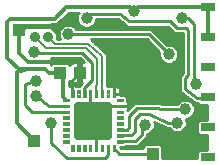
<source format=gbl>
G75*
G70*
%OFA0B0*%
%FSLAX24Y24*%
%IPPOS*%
%LPD*%
%AMOC8*
5,1,8,0,0,1.08239X$1,22.5*
%
%ADD10R,0.0433X0.0394*%
%ADD11C,0.0252*%
%ADD12C,0.0035*%
%ADD13R,0.0500X0.0250*%
%ADD14C,0.0396*%
%ADD15C,0.0100*%
%ADD16R,0.0396X0.0396*%
%ADD17C,0.0120*%
%ADD18C,0.0110*%
%ADD19C,0.0357*%
%ADD20C,0.0160*%
%ADD21C,0.0080*%
D10*
X004671Y003232D03*
X005340Y003232D03*
D11*
X006285Y002141D02*
X006285Y001133D01*
X005277Y001133D01*
X005277Y002141D01*
X006285Y002141D01*
X006285Y001384D02*
X005277Y001384D01*
X005277Y001635D02*
X006285Y001635D01*
X006285Y001886D02*
X005277Y001886D01*
X005277Y002137D02*
X006285Y002137D01*
D12*
X006585Y002172D02*
X006787Y002172D01*
X006787Y002088D01*
X006585Y002088D01*
X006585Y002172D01*
X006585Y002122D02*
X006787Y002122D01*
X006787Y002156D02*
X006585Y002156D01*
X006585Y002368D02*
X006787Y002368D01*
X006787Y002284D01*
X006585Y002284D01*
X006585Y002368D01*
X006585Y002318D02*
X006787Y002318D01*
X006787Y002352D02*
X006585Y002352D01*
X006428Y002442D02*
X006428Y002644D01*
X006512Y002644D01*
X006512Y002442D01*
X006428Y002442D01*
X006428Y002476D02*
X006512Y002476D01*
X006512Y002510D02*
X006428Y002510D01*
X006428Y002544D02*
X006512Y002544D01*
X006512Y002578D02*
X006428Y002578D01*
X006428Y002612D02*
X006512Y002612D01*
X006231Y002644D02*
X006231Y002442D01*
X006231Y002644D02*
X006315Y002644D01*
X006315Y002442D01*
X006231Y002442D01*
X006231Y002476D02*
X006315Y002476D01*
X006315Y002510D02*
X006231Y002510D01*
X006231Y002544D02*
X006315Y002544D01*
X006315Y002578D02*
X006231Y002578D01*
X006231Y002612D02*
X006315Y002612D01*
X006034Y002644D02*
X006034Y002442D01*
X006034Y002644D02*
X006118Y002644D01*
X006118Y002442D01*
X006034Y002442D01*
X006034Y002476D02*
X006118Y002476D01*
X006118Y002510D02*
X006034Y002510D01*
X006034Y002544D02*
X006118Y002544D01*
X006118Y002578D02*
X006034Y002578D01*
X006034Y002612D02*
X006118Y002612D01*
X005837Y002644D02*
X005837Y002442D01*
X005837Y002644D02*
X005921Y002644D01*
X005921Y002442D01*
X005837Y002442D01*
X005837Y002476D02*
X005921Y002476D01*
X005921Y002510D02*
X005837Y002510D01*
X005837Y002544D02*
X005921Y002544D01*
X005921Y002578D02*
X005837Y002578D01*
X005837Y002612D02*
X005921Y002612D01*
X005640Y002644D02*
X005640Y002442D01*
X005640Y002644D02*
X005724Y002644D01*
X005724Y002442D01*
X005640Y002442D01*
X005640Y002476D02*
X005724Y002476D01*
X005724Y002510D02*
X005640Y002510D01*
X005640Y002544D02*
X005724Y002544D01*
X005724Y002578D02*
X005640Y002578D01*
X005640Y002612D02*
X005724Y002612D01*
X005444Y002644D02*
X005444Y002442D01*
X005444Y002644D02*
X005528Y002644D01*
X005528Y002442D01*
X005444Y002442D01*
X005444Y002476D02*
X005528Y002476D01*
X005528Y002510D02*
X005444Y002510D01*
X005444Y002544D02*
X005528Y002544D01*
X005528Y002578D02*
X005444Y002578D01*
X005444Y002612D02*
X005528Y002612D01*
X005247Y002644D02*
X005247Y002442D01*
X005247Y002644D02*
X005331Y002644D01*
X005331Y002442D01*
X005247Y002442D01*
X005247Y002476D02*
X005331Y002476D01*
X005331Y002510D02*
X005247Y002510D01*
X005247Y002544D02*
X005331Y002544D01*
X005331Y002578D02*
X005247Y002578D01*
X005247Y002612D02*
X005331Y002612D01*
X005050Y002644D02*
X005050Y002442D01*
X005050Y002644D02*
X005134Y002644D01*
X005134Y002442D01*
X005050Y002442D01*
X005050Y002476D02*
X005134Y002476D01*
X005134Y002510D02*
X005050Y002510D01*
X005050Y002544D02*
X005134Y002544D01*
X005134Y002578D02*
X005050Y002578D01*
X005050Y002612D02*
X005134Y002612D01*
X004976Y002284D02*
X004774Y002284D01*
X004774Y002368D01*
X004976Y002368D01*
X004976Y002284D01*
X004976Y002318D02*
X004774Y002318D01*
X004774Y002352D02*
X004976Y002352D01*
X004976Y002088D02*
X004774Y002088D01*
X004774Y002172D01*
X004976Y002172D01*
X004976Y002088D01*
X004976Y002122D02*
X004774Y002122D01*
X004774Y002156D02*
X004976Y002156D01*
X004976Y001891D02*
X004774Y001891D01*
X004774Y001975D01*
X004976Y001975D01*
X004976Y001891D01*
X004976Y001925D02*
X004774Y001925D01*
X004774Y001959D02*
X004976Y001959D01*
X004976Y001694D02*
X004774Y001694D01*
X004774Y001778D01*
X004976Y001778D01*
X004976Y001694D01*
X004976Y001728D02*
X004774Y001728D01*
X004774Y001762D02*
X004976Y001762D01*
X004976Y001497D02*
X004774Y001497D01*
X004774Y001581D01*
X004976Y001581D01*
X004976Y001497D01*
X004976Y001531D02*
X004774Y001531D01*
X004774Y001565D02*
X004976Y001565D01*
X004976Y001300D02*
X004774Y001300D01*
X004774Y001384D01*
X004976Y001384D01*
X004976Y001300D01*
X004976Y001334D02*
X004774Y001334D01*
X004774Y001368D02*
X004976Y001368D01*
X004976Y001103D02*
X004774Y001103D01*
X004774Y001187D01*
X004976Y001187D01*
X004976Y001103D01*
X004976Y001137D02*
X004774Y001137D01*
X004774Y001171D02*
X004976Y001171D01*
X004976Y000906D02*
X004774Y000906D01*
X004774Y000990D01*
X004976Y000990D01*
X004976Y000906D01*
X004976Y000940D02*
X004774Y000940D01*
X004774Y000974D02*
X004976Y000974D01*
X005134Y000833D02*
X005134Y000631D01*
X005050Y000631D01*
X005050Y000833D01*
X005134Y000833D01*
X005134Y000665D02*
X005050Y000665D01*
X005050Y000699D02*
X005134Y000699D01*
X005134Y000733D02*
X005050Y000733D01*
X005050Y000767D02*
X005134Y000767D01*
X005134Y000801D02*
X005050Y000801D01*
X005331Y000833D02*
X005331Y000631D01*
X005247Y000631D01*
X005247Y000833D01*
X005331Y000833D01*
X005331Y000665D02*
X005247Y000665D01*
X005247Y000699D02*
X005331Y000699D01*
X005331Y000733D02*
X005247Y000733D01*
X005247Y000767D02*
X005331Y000767D01*
X005331Y000801D02*
X005247Y000801D01*
X005528Y000833D02*
X005528Y000631D01*
X005444Y000631D01*
X005444Y000833D01*
X005528Y000833D01*
X005528Y000665D02*
X005444Y000665D01*
X005444Y000699D02*
X005528Y000699D01*
X005528Y000733D02*
X005444Y000733D01*
X005444Y000767D02*
X005528Y000767D01*
X005528Y000801D02*
X005444Y000801D01*
X005724Y000833D02*
X005724Y000631D01*
X005640Y000631D01*
X005640Y000833D01*
X005724Y000833D01*
X005724Y000665D02*
X005640Y000665D01*
X005640Y000699D02*
X005724Y000699D01*
X005724Y000733D02*
X005640Y000733D01*
X005640Y000767D02*
X005724Y000767D01*
X005724Y000801D02*
X005640Y000801D01*
X005921Y000833D02*
X005921Y000631D01*
X005837Y000631D01*
X005837Y000833D01*
X005921Y000833D01*
X005921Y000665D02*
X005837Y000665D01*
X005837Y000699D02*
X005921Y000699D01*
X005921Y000733D02*
X005837Y000733D01*
X005837Y000767D02*
X005921Y000767D01*
X005921Y000801D02*
X005837Y000801D01*
X006118Y000833D02*
X006118Y000631D01*
X006034Y000631D01*
X006034Y000833D01*
X006118Y000833D01*
X006118Y000665D02*
X006034Y000665D01*
X006034Y000699D02*
X006118Y000699D01*
X006118Y000733D02*
X006034Y000733D01*
X006034Y000767D02*
X006118Y000767D01*
X006118Y000801D02*
X006034Y000801D01*
X006315Y000833D02*
X006315Y000631D01*
X006231Y000631D01*
X006231Y000833D01*
X006315Y000833D01*
X006315Y000665D02*
X006231Y000665D01*
X006231Y000699D02*
X006315Y000699D01*
X006315Y000733D02*
X006231Y000733D01*
X006231Y000767D02*
X006315Y000767D01*
X006315Y000801D02*
X006231Y000801D01*
X006512Y000833D02*
X006512Y000631D01*
X006428Y000631D01*
X006428Y000833D01*
X006512Y000833D01*
X006512Y000665D02*
X006428Y000665D01*
X006428Y000699D02*
X006512Y000699D01*
X006512Y000733D02*
X006428Y000733D01*
X006428Y000767D02*
X006512Y000767D01*
X006512Y000801D02*
X006428Y000801D01*
X006585Y000990D02*
X006787Y000990D01*
X006787Y000906D01*
X006585Y000906D01*
X006585Y000990D01*
X006585Y000940D02*
X006787Y000940D01*
X006787Y000974D02*
X006585Y000974D01*
X006585Y001187D02*
X006787Y001187D01*
X006787Y001103D01*
X006585Y001103D01*
X006585Y001187D01*
X006585Y001137D02*
X006787Y001137D01*
X006787Y001171D02*
X006585Y001171D01*
X006585Y001384D02*
X006787Y001384D01*
X006787Y001300D01*
X006585Y001300D01*
X006585Y001384D01*
X006585Y001334D02*
X006787Y001334D01*
X006787Y001368D02*
X006585Y001368D01*
X006585Y001581D02*
X006787Y001581D01*
X006787Y001497D01*
X006585Y001497D01*
X006585Y001581D01*
X006585Y001531D02*
X006787Y001531D01*
X006787Y001565D02*
X006585Y001565D01*
X006585Y001778D02*
X006787Y001778D01*
X006787Y001694D01*
X006585Y001694D01*
X006585Y001778D01*
X006585Y001728D02*
X006787Y001728D01*
X006787Y001762D02*
X006585Y001762D01*
X006585Y001975D02*
X006787Y001975D01*
X006787Y001891D01*
X006585Y001891D01*
X006585Y001975D01*
X006585Y001925D02*
X006787Y001925D01*
X006787Y001959D02*
X006585Y001959D01*
D13*
X009601Y002417D03*
X009601Y001417D03*
X009601Y000417D03*
X009601Y003417D03*
X009601Y004417D03*
X009601Y005417D03*
D14*
X008751Y005057D03*
X007136Y005287D03*
X005561Y005047D03*
X004951Y004517D03*
X003821Y003942D03*
X003861Y002977D03*
X003861Y002467D03*
X004381Y001547D03*
X006741Y003187D03*
X007061Y003747D03*
X006421Y003747D03*
X008301Y003847D03*
X009221Y002877D03*
X008851Y002017D03*
X008576Y001567D03*
X007511Y001497D03*
D15*
X007401Y001342D01*
X007401Y001167D01*
X007182Y000948D01*
X006686Y000948D01*
X006662Y000769D02*
X006844Y000769D01*
X006853Y000778D01*
X007111Y000778D01*
X007252Y000778D01*
X007471Y000997D01*
X007471Y000997D01*
X007571Y001097D01*
X007571Y001179D01*
X007574Y001179D01*
X007691Y001228D01*
X007780Y001317D01*
X007829Y001434D01*
X007829Y001561D01*
X007814Y001597D01*
X008182Y001426D01*
X008210Y001397D01*
X008243Y001397D01*
X008273Y001384D01*
X008303Y001395D01*
X008306Y001387D01*
X008396Y001298D01*
X008512Y001249D01*
X008639Y001249D01*
X008756Y001298D01*
X008845Y001387D01*
X008894Y001504D01*
X008894Y001631D01*
X008865Y001699D01*
X008914Y001699D01*
X009031Y001748D01*
X009120Y001837D01*
X009169Y001954D01*
X009169Y002081D01*
X009120Y002198D01*
X009031Y002287D01*
X008914Y002335D01*
X008787Y002335D01*
X008671Y002287D01*
X008581Y002198D01*
X008577Y002187D01*
X008182Y002187D01*
X007860Y002229D01*
X007851Y002237D01*
X007792Y002237D01*
X007733Y002245D01*
X007723Y002237D01*
X007311Y002237D01*
X007170Y002237D01*
X006924Y001991D01*
X006943Y002023D01*
X006954Y002066D01*
X006954Y002129D01*
X006687Y002129D01*
X006687Y002130D01*
X006954Y002130D01*
X006954Y002193D01*
X006943Y002236D01*
X006924Y002268D01*
X006924Y002425D01*
X006844Y002505D01*
X006679Y002505D01*
X006679Y002543D01*
X006679Y002665D01*
X006667Y002708D01*
X006645Y002746D01*
X006614Y002777D01*
X006576Y002800D01*
X006533Y002811D01*
X006470Y002811D01*
X006470Y002543D01*
X006679Y002543D01*
X006470Y002543D01*
X006470Y002543D01*
X006470Y002543D01*
X006470Y002811D01*
X006406Y002811D01*
X006364Y002800D01*
X006331Y002781D01*
X006244Y002781D01*
X006244Y002786D01*
X006241Y002789D01*
X006241Y003726D01*
X006244Y003730D01*
X006241Y003792D01*
X006241Y003854D01*
X006237Y003857D01*
X006237Y003863D01*
X006191Y003904D01*
X006147Y003947D01*
X006142Y003947D01*
X005731Y004314D01*
X005697Y004347D01*
X007560Y004347D01*
X007987Y003921D01*
X007983Y003911D01*
X007983Y003784D01*
X008031Y003667D01*
X008121Y003578D01*
X008237Y003529D01*
X008364Y003529D01*
X008481Y003578D01*
X008570Y003667D01*
X008619Y003784D01*
X008619Y003911D01*
X008570Y004028D01*
X008481Y004117D01*
X008364Y004165D01*
X008237Y004165D01*
X008227Y004161D01*
X007701Y004687D01*
X007560Y004687D01*
X005225Y004687D01*
X005220Y004698D01*
X005131Y004787D01*
X005014Y004835D01*
X004887Y004835D01*
X004771Y004787D01*
X004681Y004698D01*
X004633Y004581D01*
X004633Y004454D01*
X004673Y004357D01*
X004587Y004357D01*
X004575Y004369D01*
X004579Y004378D01*
X004579Y004497D01*
X004534Y004606D01*
X004450Y004690D01*
X004361Y004727D01*
X004361Y004847D01*
X004575Y004847D01*
X004681Y004953D01*
X004965Y005237D01*
X005301Y005237D01*
X005291Y005228D01*
X005243Y005111D01*
X005243Y004984D01*
X005291Y004867D01*
X005381Y004778D01*
X005497Y004729D01*
X005624Y004729D01*
X005741Y004778D01*
X005830Y004867D01*
X005879Y004984D01*
X005879Y005017D01*
X006604Y005017D01*
X006869Y004819D01*
X006910Y004777D01*
X006924Y004777D01*
X006935Y004769D01*
X006993Y004777D01*
X008270Y004777D01*
X008500Y004547D01*
X008641Y004547D01*
X008761Y004547D01*
X008761Y003218D01*
X008681Y003138D01*
X008681Y002997D01*
X008681Y002757D01*
X008674Y002748D01*
X008681Y002688D01*
X008681Y002627D01*
X008689Y002619D01*
X008690Y002608D01*
X008737Y002570D01*
X008780Y002527D01*
X008791Y002527D01*
X009127Y002260D01*
X009170Y002217D01*
X009181Y002217D01*
X009190Y002211D01*
X009250Y002217D01*
X009256Y002217D01*
X009301Y002172D01*
X009581Y002172D01*
X009581Y001662D01*
X009301Y001662D01*
X009231Y001592D01*
X009231Y001243D01*
X009301Y001172D01*
X009581Y001172D01*
X009581Y000662D01*
X009301Y000662D01*
X009231Y000592D01*
X009231Y000387D01*
X008079Y000387D01*
X008079Y000790D01*
X008009Y000860D01*
X007513Y000860D01*
X007443Y000790D01*
X007443Y000712D01*
X006712Y000712D01*
X006662Y000769D01*
X006678Y000751D02*
X007443Y000751D01*
X007502Y000850D02*
X007324Y000850D01*
X007422Y000948D02*
X009581Y000948D01*
X009581Y001047D02*
X007521Y001047D01*
X007571Y001146D02*
X009581Y001146D01*
X009231Y001244D02*
X007707Y001244D01*
X007791Y001343D02*
X008351Y001343D01*
X008149Y001441D02*
X007829Y001441D01*
X007829Y001540D02*
X007937Y001540D01*
X008281Y001567D02*
X008576Y001567D01*
X008868Y001441D02*
X009231Y001441D01*
X009231Y001343D02*
X008801Y001343D01*
X008894Y001540D02*
X009231Y001540D01*
X009277Y001638D02*
X008891Y001638D01*
X009005Y001737D02*
X009581Y001737D01*
X009581Y001835D02*
X009119Y001835D01*
X009160Y001934D02*
X009581Y001934D01*
X009581Y002032D02*
X009169Y002032D01*
X009148Y002131D02*
X009581Y002131D01*
X009551Y002387D02*
X009241Y002387D01*
X008851Y002697D01*
X008851Y003067D01*
X008931Y003147D01*
X008931Y004647D01*
X008861Y004717D01*
X008571Y004717D01*
X008341Y004947D01*
X006981Y004947D01*
X006661Y005187D01*
X005701Y005187D01*
X005561Y005047D01*
X005274Y005186D02*
X004914Y005186D01*
X004815Y005087D02*
X005243Y005087D01*
X005243Y004989D02*
X004717Y004989D01*
X004618Y004890D02*
X005282Y004890D01*
X005367Y004792D02*
X005120Y004792D01*
X005222Y004693D02*
X008355Y004693D01*
X008453Y004595D02*
X007794Y004595D01*
X007893Y004496D02*
X008761Y004496D01*
X008761Y004397D02*
X007991Y004397D01*
X008090Y004299D02*
X008761Y004299D01*
X008761Y004200D02*
X008188Y004200D01*
X008496Y004102D02*
X008761Y004102D01*
X008761Y004003D02*
X008581Y004003D01*
X008619Y003905D02*
X008761Y003905D01*
X008761Y003806D02*
X008619Y003806D01*
X008587Y003708D02*
X008761Y003708D01*
X008761Y003609D02*
X008512Y003609D01*
X008761Y003511D02*
X006241Y003511D01*
X006241Y003609D02*
X008089Y003609D01*
X008014Y003708D02*
X006241Y003708D01*
X006241Y003806D02*
X007983Y003806D01*
X007983Y003905D02*
X006190Y003905D01*
X006079Y004003D02*
X007904Y004003D01*
X007806Y004102D02*
X005968Y004102D01*
X005858Y004200D02*
X007707Y004200D01*
X007609Y004299D02*
X005747Y004299D01*
X005421Y003887D02*
X003866Y003887D01*
X003821Y003942D01*
X004361Y003717D02*
X005350Y003717D01*
X005489Y003579D01*
X005389Y003579D01*
X005389Y003281D01*
X005292Y003281D01*
X005292Y003579D01*
X005104Y003579D01*
X005066Y003569D01*
X005032Y003549D01*
X005004Y003521D01*
X004990Y003497D01*
X004937Y003549D01*
X004405Y003549D01*
X004361Y003505D01*
X004361Y003717D01*
X004361Y003708D02*
X005360Y003708D01*
X005459Y003609D02*
X004361Y003609D01*
X004361Y003511D02*
X004366Y003511D01*
X004976Y003511D02*
X004998Y003511D01*
X005231Y003587D02*
X005340Y003388D01*
X005340Y003232D01*
X005092Y002984D01*
X005092Y002543D01*
X005092Y002543D01*
X005092Y002811D01*
X005155Y002811D01*
X005198Y002800D01*
X005230Y002781D01*
X005316Y002781D01*
X005316Y002803D01*
X005399Y002886D01*
X005389Y002886D01*
X005389Y003184D01*
X005292Y003184D01*
X005292Y002886D01*
X005104Y002886D01*
X005066Y002896D01*
X005032Y002916D01*
X005004Y002943D01*
X004990Y002968D01*
X004961Y002939D01*
X004961Y002785D01*
X004986Y002800D01*
X005028Y002811D01*
X005092Y002811D01*
X005092Y002543D01*
X005092Y002624D02*
X005092Y002624D01*
X005092Y002722D02*
X005092Y002722D01*
X004961Y002821D02*
X005334Y002821D01*
X005486Y002732D02*
X005741Y002987D01*
X005741Y003567D01*
X005421Y003887D01*
X005389Y003511D02*
X005292Y003511D01*
X005292Y003412D02*
X005389Y003412D01*
X005389Y003314D02*
X005292Y003314D01*
X005292Y003116D02*
X005389Y003116D01*
X005389Y003018D02*
X005292Y003018D01*
X005292Y002919D02*
X005389Y002919D01*
X005486Y002732D02*
X005486Y002543D01*
X005682Y002543D02*
X005682Y002166D01*
X005879Y001969D01*
X005879Y001349D01*
X006231Y001187D01*
X005879Y001349D02*
X005879Y000732D01*
X006273Y000732D02*
X006273Y000480D01*
X006181Y000387D01*
X004901Y000387D01*
X004381Y000907D01*
X004381Y001547D01*
X004875Y001933D02*
X003726Y001933D01*
X003501Y002167D01*
X003501Y002847D01*
X003861Y002977D01*
X003861Y002467D02*
X004319Y002130D01*
X004875Y002130D01*
X005879Y001969D02*
X006040Y002130D01*
X006679Y002525D02*
X008794Y002525D01*
X008918Y002427D02*
X006923Y002427D01*
X006924Y002328D02*
X008770Y002328D01*
X008932Y002328D02*
X009042Y002328D01*
X009088Y002230D02*
X009158Y002230D01*
X008851Y002017D02*
X008171Y002017D01*
X007781Y002067D01*
X007241Y002067D01*
X006981Y001807D01*
X006981Y001427D01*
X006896Y001342D01*
X006686Y001342D01*
X006686Y001145D02*
X007054Y001145D01*
X007176Y001267D01*
X007176Y001702D01*
X007336Y001862D01*
X007646Y001862D01*
X008281Y001567D01*
X008613Y002230D02*
X007859Y002230D01*
X007163Y002230D02*
X006945Y002230D01*
X006954Y002131D02*
X007064Y002131D01*
X006965Y002032D02*
X006945Y002032D01*
X006679Y002624D02*
X008684Y002624D01*
X008677Y002722D02*
X006659Y002722D01*
X006470Y002722D02*
X006470Y002722D01*
X006470Y002624D02*
X006470Y002624D01*
X006241Y002821D02*
X008681Y002821D01*
X008681Y002919D02*
X006241Y002919D01*
X006241Y003018D02*
X008681Y003018D01*
X008681Y003116D02*
X006241Y003116D01*
X006241Y003215D02*
X008758Y003215D01*
X008761Y003314D02*
X006241Y003314D01*
X006241Y003412D02*
X008761Y003412D01*
X009141Y003027D02*
X009141Y004867D01*
X008951Y005057D01*
X008751Y005057D01*
X007631Y004517D02*
X008301Y003847D01*
X007631Y004517D02*
X004951Y004517D01*
X004656Y004397D02*
X004579Y004397D01*
X004579Y004496D02*
X004633Y004496D01*
X004638Y004595D02*
X004539Y004595D01*
X004443Y004693D02*
X004679Y004693D01*
X004782Y004792D02*
X004361Y004792D01*
X005755Y004792D02*
X006896Y004792D01*
X006774Y004890D02*
X005840Y004890D01*
X005879Y004989D02*
X006642Y004989D01*
X009141Y003027D02*
X009221Y002877D01*
X009551Y002387D02*
X009601Y002417D01*
X009581Y000850D02*
X008019Y000850D01*
X008079Y000751D02*
X009581Y000751D01*
X009292Y000653D02*
X008079Y000653D01*
X008079Y000554D02*
X009231Y000554D01*
X009231Y000456D02*
X008079Y000456D01*
X007761Y000542D02*
X006634Y000542D01*
X006470Y000732D01*
X005028Y002919D02*
X004961Y002919D01*
D16*
X003301Y004667D03*
X009061Y001107D03*
X007761Y000542D03*
X003821Y000947D03*
D17*
X003231Y001547D01*
X003231Y003267D01*
X003621Y003347D01*
X003301Y003347D01*
X002911Y003737D01*
X002911Y004937D01*
X003001Y005027D01*
X004501Y005027D01*
X004891Y005417D01*
X007006Y005417D01*
X007136Y005287D01*
X007266Y005417D01*
X009601Y005417D01*
X009601Y004417D01*
X005231Y003587D02*
X003601Y003587D01*
X003301Y003887D01*
X003301Y004667D01*
X003621Y003347D02*
X004181Y003347D01*
X004296Y003232D01*
X004671Y003232D01*
X004781Y003123D01*
X004781Y002421D01*
X004875Y002326D01*
D18*
X006040Y002130D02*
X006686Y002130D01*
D19*
X006231Y001187D03*
X004281Y004437D03*
X003841Y004427D03*
D20*
X003511Y004787D02*
X003301Y004667D01*
X003511Y004787D02*
X004531Y004787D01*
D21*
X004281Y004437D02*
X004521Y004197D01*
X005621Y004197D01*
X006081Y003787D01*
X006081Y002727D01*
X006076Y002633D01*
X006076Y002543D01*
X005879Y002543D02*
X005879Y002756D01*
X005921Y002877D01*
X005921Y003687D01*
X005531Y004047D01*
X004201Y004047D01*
X003841Y004427D01*
M02*

</source>
